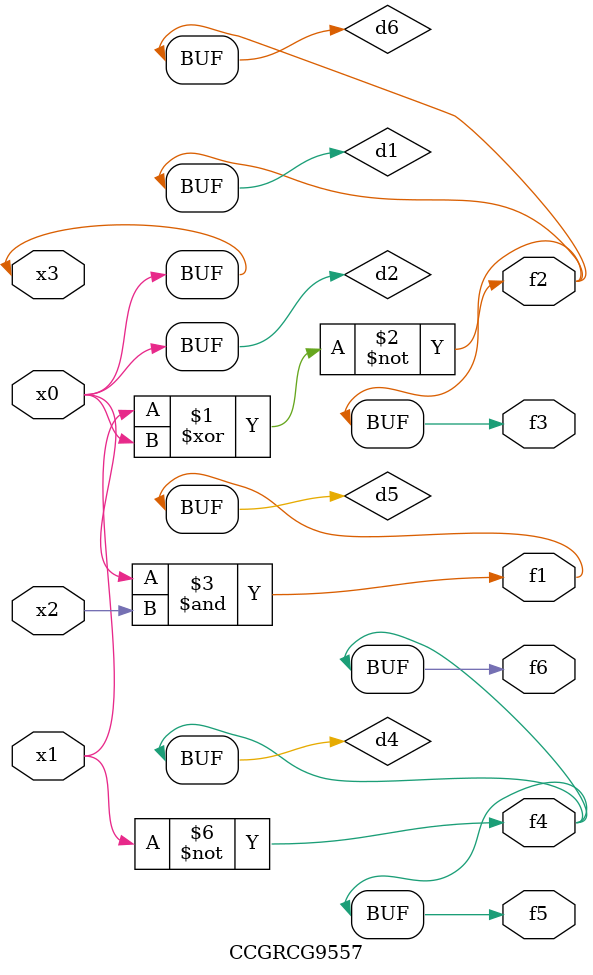
<source format=v>
module CCGRCG9557(
	input x0, x1, x2, x3,
	output f1, f2, f3, f4, f5, f6
);

	wire d1, d2, d3, d4, d5, d6;

	xnor (d1, x1, x3);
	buf (d2, x0, x3);
	nand (d3, x0, x2);
	not (d4, x1);
	nand (d5, d3);
	or (d6, d1);
	assign f1 = d5;
	assign f2 = d6;
	assign f3 = d6;
	assign f4 = d4;
	assign f5 = d4;
	assign f6 = d4;
endmodule

</source>
